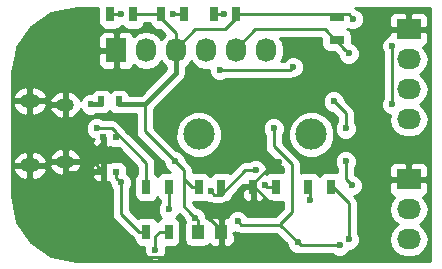
<source format=gbl>
G04 #@! TF.FileFunction,Copper,L2,Bot,Signal*
%FSLAX46Y46*%
G04 Gerber Fmt 4.6, Leading zero omitted, Abs format (unit mm)*
G04 Created by KiCad (PCBNEW 4.0.1-stable) date 3/22/2016 7:23:55 PM*
%MOMM*%
G01*
G04 APERTURE LIST*
%ADD10C,0.100000*%
%ADD11R,1.727200X2.032000*%
%ADD12O,1.727200X2.032000*%
%ADD13R,2.032000X1.727200*%
%ADD14O,2.032000X1.727200*%
%ADD15R,0.500000X0.900000*%
%ADD16R,1.000000X1.250000*%
%ADD17R,0.700000X1.300000*%
%ADD18R,0.600000X0.500000*%
%ADD19O,1.500000X1.100000*%
%ADD20O,1.700000X1.200000*%
%ADD21R,1.300000X0.700000*%
%ADD22C,2.650000*%
%ADD23C,0.600000*%
%ADD24C,0.250000*%
%ADD25C,0.248920*%
%ADD26C,0.381000*%
%ADD27C,0.254000*%
G04 APERTURE END LIST*
D10*
D11*
X165735000Y-84328000D03*
D12*
X168275000Y-84328000D03*
X170815000Y-84328000D03*
X173355000Y-84328000D03*
X175895000Y-84328000D03*
X178435000Y-84328000D03*
D13*
X190500000Y-82550000D03*
D14*
X190500000Y-85090000D03*
X190500000Y-87630000D03*
X190500000Y-90170000D03*
D13*
X190500000Y-95250000D03*
D14*
X190500000Y-97790000D03*
X190500000Y-100330000D03*
D15*
X164465000Y-88646000D03*
X165965000Y-88646000D03*
D16*
X172625000Y-99695000D03*
X174625000Y-99695000D03*
D17*
X172725000Y-95885000D03*
X174625000Y-95885000D03*
X179258000Y-95885000D03*
X177358000Y-95885000D03*
X170180000Y-95885000D03*
X168280000Y-95885000D03*
X170175000Y-99695000D03*
X168275000Y-99695000D03*
X181996000Y-95885000D03*
X183896000Y-95885000D03*
X175895000Y-81280000D03*
X173995000Y-81280000D03*
X169550000Y-81280000D03*
X171450000Y-81280000D03*
X167132000Y-81280000D03*
X165232000Y-81280000D03*
D18*
X165735000Y-91694000D03*
X164635000Y-91694000D03*
X165735000Y-94615000D03*
X164635000Y-94615000D03*
D19*
X161415000Y-88903000D03*
X161415000Y-93753000D03*
D20*
X158415000Y-88603000D03*
X158415000Y-94053000D03*
D21*
X184404000Y-81534000D03*
X184404000Y-83434000D03*
D22*
X182245000Y-91440000D03*
X172720000Y-91440000D03*
D23*
X164084000Y-90932000D03*
X182372000Y-94234000D03*
X179517051Y-93786949D03*
X188468000Y-91973400D03*
X178820059Y-97282905D03*
X173482000Y-97789998D03*
X166116000Y-95504000D03*
X182118000Y-97028000D03*
X172412646Y-98483442D03*
X170688000Y-93726000D03*
X185801000Y-81661000D03*
X166116000Y-81280000D03*
X174879000Y-81280000D03*
X170517442Y-81280000D03*
X189103000Y-83947000D03*
X189103000Y-88900000D03*
X185420000Y-100330000D03*
X163576000Y-88900000D03*
X180721000Y-85725000D03*
X174498000Y-85979000D03*
X173736000Y-96266000D03*
X177546000Y-94488000D03*
X178297950Y-95758000D03*
X185166000Y-90932000D03*
X185166000Y-93726000D03*
X184150000Y-88646000D03*
X185674000Y-95758000D03*
X170180000Y-97790000D03*
X169037000Y-101219000D03*
X179070000Y-90932000D03*
X181102000Y-100584000D03*
X184658000Y-100838000D03*
X176022000Y-98806000D03*
X185420000Y-84581998D03*
D24*
X168280000Y-95885000D02*
X168280000Y-93858000D01*
X168280000Y-93858000D02*
X165354000Y-90932000D01*
X165354000Y-90932000D02*
X164084000Y-90932000D01*
X182372000Y-94234000D02*
X183134000Y-94234000D01*
X183134000Y-94234000D02*
X185394600Y-91973400D01*
X185394600Y-91973400D02*
X188468000Y-91973400D01*
X177358000Y-95885000D02*
X177358000Y-95585000D01*
X177358000Y-95585000D02*
X179156051Y-93786949D01*
X179156051Y-93786949D02*
X179517051Y-93786949D01*
X177358000Y-95885000D02*
X177422154Y-95885000D01*
X177422154Y-95885000D02*
X178820059Y-97282905D01*
X173482000Y-98427000D02*
X173482000Y-98214262D01*
X174625000Y-99695000D02*
X174625000Y-99570000D01*
X174853002Y-97789998D02*
X173906264Y-97789998D01*
X176758000Y-95885000D02*
X174853002Y-97789998D01*
X174625000Y-99570000D02*
X173482000Y-98427000D01*
X173482000Y-98214262D02*
X173482000Y-97789998D01*
X177358000Y-95885000D02*
X176758000Y-95885000D01*
X173906264Y-97789998D02*
X173482000Y-97789998D01*
X164592000Y-92118000D02*
X164085000Y-92625000D01*
X164085000Y-94115000D02*
X164585000Y-94615000D01*
X164585000Y-94615000D02*
X164635000Y-94615000D01*
X164085000Y-92625000D02*
X164085000Y-94115000D01*
X164635000Y-94615000D02*
X164635000Y-95115000D01*
X164635000Y-95115000D02*
X164592000Y-95158000D01*
X164592000Y-95158000D02*
X164592000Y-100203000D01*
X164592000Y-100203000D02*
X166243000Y-101854000D01*
X166243000Y-101854000D02*
X174117000Y-101854000D01*
X174117000Y-101854000D02*
X174625000Y-101346000D01*
X174625000Y-101346000D02*
X174625000Y-99695000D01*
X164635000Y-94615000D02*
X161477000Y-94615000D01*
X161477000Y-94615000D02*
X161415000Y-94553000D01*
X161415000Y-94553000D02*
X161415000Y-93753000D01*
X168275000Y-99695000D02*
X167675000Y-99695000D01*
X167675000Y-99695000D02*
X166116000Y-98136000D01*
X166116000Y-98136000D02*
X166116000Y-95496000D01*
X166116000Y-95496000D02*
X165735000Y-95115000D01*
X165816001Y-95204001D02*
X166116000Y-95504000D01*
X165735000Y-95123000D02*
X165816001Y-95204001D01*
X165735000Y-95115000D02*
X165735000Y-95123000D01*
X165735000Y-94615000D02*
X165735000Y-95115000D01*
X182118000Y-97028000D02*
X182118000Y-96007000D01*
X182118000Y-96007000D02*
X181996000Y-95885000D01*
D25*
X172625000Y-98695796D02*
X172412646Y-98483442D01*
D24*
X172112647Y-98183443D02*
X172412646Y-98483442D01*
X171450000Y-94488000D02*
X171450000Y-97520796D01*
D25*
X172625000Y-99695000D02*
X172625000Y-98695796D01*
D24*
X171450000Y-97520796D02*
X172112647Y-98183443D01*
D25*
X168148000Y-91186000D02*
X170688000Y-93726000D01*
X170688000Y-93726000D02*
X171450000Y-94488000D01*
D24*
X172725000Y-95885000D02*
X172125000Y-95885000D01*
X172125000Y-95885000D02*
X171450000Y-95210000D01*
X171450000Y-95210000D02*
X171450000Y-94488000D01*
D25*
X168148000Y-88900000D02*
X168148000Y-91186000D01*
D24*
X175895000Y-81280000D02*
X185420000Y-81280000D01*
X185420000Y-81280000D02*
X185801000Y-81661000D01*
X170815000Y-84328000D02*
X170815000Y-84175600D01*
X170815000Y-84175600D02*
X172440600Y-82550000D01*
X172440600Y-82550000D02*
X174925000Y-82550000D01*
X174925000Y-82550000D02*
X175895000Y-81580000D01*
X175895000Y-81580000D02*
X175895000Y-81280000D01*
D26*
X165965000Y-88900000D02*
X168148000Y-88900000D01*
X168148000Y-88900000D02*
X170800915Y-86247085D01*
X170800915Y-86247085D02*
X170800915Y-84268791D01*
D24*
X169550000Y-81280000D02*
X169550000Y-81580000D01*
X169550000Y-81580000D02*
X170815000Y-82845000D01*
X170815000Y-82845000D02*
X170815000Y-84328000D01*
X167132000Y-81280000D02*
X169550000Y-81280000D01*
X166116000Y-81280000D02*
X165232000Y-81280000D01*
X173995000Y-81280000D02*
X174879000Y-81280000D01*
X171450000Y-81280000D02*
X170517442Y-81280000D01*
X189103000Y-88900000D02*
X189103000Y-83947000D01*
X183896000Y-95758000D02*
X185420000Y-97282000D01*
X185420000Y-97282000D02*
X185420000Y-100330000D01*
D26*
X163576000Y-88900000D02*
X164465000Y-88900000D01*
D24*
X174498000Y-85979000D02*
X180467000Y-85979000D01*
X180467000Y-85979000D02*
X180721000Y-85725000D01*
D25*
X174625000Y-95585000D02*
X174625000Y-95885000D01*
D24*
X173736000Y-96266000D02*
X174035999Y-96565999D01*
X174035999Y-96565999D02*
X174579647Y-96565999D01*
X174579647Y-96565999D02*
X176657646Y-94488000D01*
X176657646Y-94488000D02*
X177546000Y-94488000D01*
X179258000Y-95885000D02*
X178424950Y-95885000D01*
X178424950Y-95885000D02*
X178297950Y-95758000D01*
X185166000Y-90932000D02*
X185166000Y-89662000D01*
X185166000Y-89662000D02*
X184150000Y-88646000D01*
X185166000Y-95250000D02*
X185166000Y-93726000D01*
X185674000Y-95758000D02*
X185166000Y-95250000D01*
D25*
X170180000Y-97790000D02*
X170180000Y-95885000D01*
X169037000Y-100076000D02*
X169037000Y-101219000D01*
X169418000Y-99695000D02*
X169037000Y-100076000D01*
X169672000Y-99695000D02*
X169418000Y-99695000D01*
X170175000Y-99695000D02*
X169672000Y-99695000D01*
D24*
X179623999Y-99105999D02*
X179623999Y-99014001D01*
X179623999Y-99014001D02*
X180594000Y-98044000D01*
X180594000Y-98044000D02*
X180594000Y-93980000D01*
X180594000Y-93980000D02*
X179070000Y-92456000D01*
X179070000Y-92456000D02*
X179070000Y-90932000D01*
X179623999Y-99105999D02*
X181102000Y-100584000D01*
X184658000Y-100838000D02*
X181356000Y-100838000D01*
X181356000Y-100838000D02*
X181102000Y-100584000D01*
X176022000Y-98806000D02*
X176321999Y-99105999D01*
X176321999Y-99105999D02*
X179623999Y-99105999D01*
X183388002Y-82550000D02*
X185120001Y-84281999D01*
X185120001Y-84281999D02*
X185420000Y-84581998D01*
X175895000Y-84175600D02*
X177520600Y-82550000D01*
X177520600Y-82550000D02*
X183388002Y-82550000D01*
X175895000Y-84328000D02*
X175895000Y-84175600D01*
D27*
G36*
X164234560Y-81930000D02*
X164278838Y-82165317D01*
X164417910Y-82381441D01*
X164630110Y-82526431D01*
X164882000Y-82577440D01*
X165582000Y-82577440D01*
X165817317Y-82533162D01*
X166033441Y-82394090D01*
X166155784Y-82215035D01*
X166210862Y-82215083D01*
X166317910Y-82381441D01*
X166530110Y-82526431D01*
X166782000Y-82577440D01*
X167482000Y-82577440D01*
X167717317Y-82533162D01*
X167933441Y-82394090D01*
X168078431Y-82181890D01*
X168107164Y-82040000D01*
X168573258Y-82040000D01*
X168596838Y-82165317D01*
X168735910Y-82381441D01*
X168948110Y-82526431D01*
X169200000Y-82577440D01*
X169472638Y-82577440D01*
X169889280Y-82994082D01*
X169755330Y-83083585D01*
X169545000Y-83398366D01*
X169334670Y-83083585D01*
X168848489Y-82758729D01*
X168275000Y-82644655D01*
X167701511Y-82758729D01*
X167215330Y-83083585D01*
X167200500Y-83105780D01*
X167136927Y-82952302D01*
X166958299Y-82773673D01*
X166724910Y-82677000D01*
X166020750Y-82677000D01*
X165862000Y-82835750D01*
X165862000Y-84201000D01*
X165882000Y-84201000D01*
X165882000Y-84455000D01*
X165862000Y-84455000D01*
X165862000Y-85820250D01*
X166020750Y-85979000D01*
X166724910Y-85979000D01*
X166958299Y-85882327D01*
X167136927Y-85703698D01*
X167200500Y-85550220D01*
X167215330Y-85572415D01*
X167701511Y-85897271D01*
X168275000Y-86011345D01*
X168848489Y-85897271D01*
X169334670Y-85572415D01*
X169545000Y-85257634D01*
X169755330Y-85572415D01*
X169975415Y-85719471D01*
X169975415Y-85905152D01*
X167806066Y-88074500D01*
X166839578Y-88074500D01*
X166818162Y-87960683D01*
X166679090Y-87744559D01*
X166466890Y-87599569D01*
X166215000Y-87548560D01*
X165715000Y-87548560D01*
X165479683Y-87592838D01*
X165263559Y-87731910D01*
X165215866Y-87801711D01*
X165179090Y-87744559D01*
X164966890Y-87599569D01*
X164715000Y-87548560D01*
X164215000Y-87548560D01*
X163979683Y-87592838D01*
X163763559Y-87731910D01*
X163618569Y-87944110D01*
X163614332Y-87965033D01*
X163390833Y-87964838D01*
X163047057Y-88106883D01*
X162783808Y-88369673D01*
X162727525Y-88505218D01*
X162533929Y-88145125D01*
X162173954Y-87851156D01*
X161728883Y-87717320D01*
X161542000Y-87872852D01*
X161542000Y-88776000D01*
X161562000Y-88776000D01*
X161562000Y-89030000D01*
X161542000Y-89030000D01*
X161542000Y-89933148D01*
X161728883Y-90088680D01*
X162173954Y-89954844D01*
X162533929Y-89660875D01*
X162728884Y-89298254D01*
X162782883Y-89428943D01*
X163045673Y-89692192D01*
X163389201Y-89834838D01*
X163761167Y-89835162D01*
X164026570Y-89725500D01*
X164126410Y-89725500D01*
X164215000Y-89743440D01*
X164715000Y-89743440D01*
X164950317Y-89699162D01*
X165166441Y-89560090D01*
X165214134Y-89490289D01*
X165250910Y-89547441D01*
X165463110Y-89692431D01*
X165715000Y-89743440D01*
X166215000Y-89743440D01*
X166310343Y-89725500D01*
X167388540Y-89725500D01*
X167388540Y-91186000D01*
X167446350Y-91476633D01*
X167610981Y-91723019D01*
X169752878Y-93864917D01*
X169752838Y-93911167D01*
X169894883Y-94254943D01*
X170157673Y-94518192D01*
X170324729Y-94587560D01*
X169830000Y-94587560D01*
X169594683Y-94631838D01*
X169378559Y-94770910D01*
X169233569Y-94983110D01*
X169230919Y-94996197D01*
X169094090Y-94783559D01*
X169040000Y-94746601D01*
X169040000Y-93858000D01*
X168982148Y-93567161D01*
X168817401Y-93320599D01*
X166516650Y-91019848D01*
X166499090Y-90992559D01*
X166468373Y-90971571D01*
X165891401Y-90394599D01*
X165644839Y-90229852D01*
X165354000Y-90172000D01*
X164646463Y-90172000D01*
X164614327Y-90139808D01*
X164270799Y-89997162D01*
X163898833Y-89996838D01*
X163555057Y-90138883D01*
X163291808Y-90401673D01*
X163149162Y-90745201D01*
X163148838Y-91117167D01*
X163290883Y-91460943D01*
X163553673Y-91724192D01*
X163700000Y-91784952D01*
X163700000Y-91821002D01*
X163786817Y-91821002D01*
X163836230Y-91841520D01*
X163700000Y-91977750D01*
X163700000Y-92070310D01*
X163796673Y-92303699D01*
X163975302Y-92482327D01*
X164208691Y-92579000D01*
X164349250Y-92579000D01*
X164508000Y-92420250D01*
X164508000Y-91819000D01*
X164488000Y-91819000D01*
X164488000Y-91776742D01*
X164612943Y-91725117D01*
X164646118Y-91692000D01*
X164782000Y-91692000D01*
X164782000Y-91819000D01*
X164762000Y-91819000D01*
X164762000Y-92420250D01*
X164920750Y-92579000D01*
X165061309Y-92579000D01*
X165172283Y-92533033D01*
X165183110Y-92540431D01*
X165435000Y-92591440D01*
X165938638Y-92591440D01*
X167520000Y-94172802D01*
X167520000Y-94744243D01*
X167478559Y-94770910D01*
X167333569Y-94983110D01*
X167282560Y-95235000D01*
X167282560Y-96535000D01*
X167326838Y-96770317D01*
X167465910Y-96986441D01*
X167678110Y-97131431D01*
X167930000Y-97182440D01*
X168630000Y-97182440D01*
X168865317Y-97138162D01*
X169081441Y-96999090D01*
X169226431Y-96786890D01*
X169229081Y-96773803D01*
X169365910Y-96986441D01*
X169420540Y-97023768D01*
X169420540Y-97226998D01*
X169387808Y-97259673D01*
X169245162Y-97603201D01*
X169244838Y-97975167D01*
X169386883Y-98318943D01*
X169540900Y-98473229D01*
X169373559Y-98580910D01*
X169228569Y-98793110D01*
X169225919Y-98806197D01*
X169089090Y-98593559D01*
X168876890Y-98448569D01*
X168625000Y-98397560D01*
X167925000Y-98397560D01*
X167689683Y-98441838D01*
X167572223Y-98517421D01*
X166876000Y-97821198D01*
X166876000Y-96066463D01*
X166908192Y-96034327D01*
X167050838Y-95690799D01*
X167051162Y-95318833D01*
X166909117Y-94975057D01*
X166682440Y-94747984D01*
X166682440Y-94365000D01*
X166638162Y-94129683D01*
X166499090Y-93913559D01*
X166286890Y-93768569D01*
X166035000Y-93717560D01*
X165435000Y-93717560D01*
X165199683Y-93761838D01*
X165175594Y-93777339D01*
X165061309Y-93730000D01*
X164920750Y-93730000D01*
X164762000Y-93888750D01*
X164762000Y-94490000D01*
X164782000Y-94490000D01*
X164782000Y-94740000D01*
X164762000Y-94740000D01*
X164762000Y-95341250D01*
X164920750Y-95500000D01*
X165061309Y-95500000D01*
X165084112Y-95490555D01*
X165180885Y-95635386D01*
X165180838Y-95689167D01*
X165322883Y-96032943D01*
X165356000Y-96066118D01*
X165356000Y-98136000D01*
X165413852Y-98426839D01*
X165578599Y-98673401D01*
X167137599Y-100232401D01*
X167277560Y-100325920D01*
X167277560Y-100345000D01*
X167321838Y-100580317D01*
X167460910Y-100796441D01*
X167673110Y-100941431D01*
X167925000Y-100992440D01*
X168118672Y-100992440D01*
X168102162Y-101032201D01*
X168101838Y-101404167D01*
X168243883Y-101747943D01*
X168506673Y-102011192D01*
X168850201Y-102153838D01*
X169222167Y-102154162D01*
X169565943Y-102012117D01*
X169829192Y-101749327D01*
X169971838Y-101405799D01*
X169972162Y-101033833D01*
X169955059Y-100992440D01*
X170525000Y-100992440D01*
X170760317Y-100948162D01*
X170976441Y-100809090D01*
X171121431Y-100596890D01*
X171172440Y-100345000D01*
X171172440Y-99045000D01*
X171128162Y-98809683D01*
X170989090Y-98593559D01*
X170816568Y-98475680D01*
X170972192Y-98320327D01*
X171031617Y-98177215D01*
X171477524Y-98623122D01*
X171477484Y-98668609D01*
X171535229Y-98808363D01*
X171528569Y-98818110D01*
X171477560Y-99070000D01*
X171477560Y-100320000D01*
X171521838Y-100555317D01*
X171660910Y-100771441D01*
X171873110Y-100916431D01*
X172125000Y-100967440D01*
X173125000Y-100967440D01*
X173360317Y-100923162D01*
X173576441Y-100784090D01*
X173622969Y-100715994D01*
X173765302Y-100858327D01*
X173998691Y-100955000D01*
X174339250Y-100955000D01*
X174498000Y-100796250D01*
X174498000Y-99822000D01*
X174478000Y-99822000D01*
X174478000Y-99568000D01*
X174498000Y-99568000D01*
X174498000Y-98593750D01*
X174339250Y-98435000D01*
X173998691Y-98435000D01*
X173765302Y-98531673D01*
X173624064Y-98672910D01*
X173589090Y-98618559D01*
X173376890Y-98473569D01*
X173347660Y-98467650D01*
X173347808Y-98298275D01*
X173205763Y-97954499D01*
X172942973Y-97691250D01*
X172599445Y-97548604D01*
X172552569Y-97548563D01*
X172210000Y-97205994D01*
X172210000Y-97149027D01*
X172375000Y-97182440D01*
X173075000Y-97182440D01*
X173310317Y-97138162D01*
X173344809Y-97115967D01*
X173549201Y-97200838D01*
X173644549Y-97200921D01*
X173745160Y-97268147D01*
X174035999Y-97325999D01*
X174579647Y-97325999D01*
X174870486Y-97268147D01*
X175008068Y-97176218D01*
X175210317Y-97138162D01*
X175426441Y-96999090D01*
X175571431Y-96786890D01*
X175606441Y-96614007D01*
X176049698Y-96170750D01*
X176373000Y-96170750D01*
X176373000Y-96661310D01*
X176469673Y-96894699D01*
X176648302Y-97073327D01*
X176881691Y-97170000D01*
X177072250Y-97170000D01*
X177231000Y-97011250D01*
X177231000Y-96012000D01*
X176531750Y-96012000D01*
X176373000Y-96170750D01*
X176049698Y-96170750D01*
X176497099Y-95723349D01*
X176531750Y-95758000D01*
X177231000Y-95758000D01*
X177231000Y-95738000D01*
X177362967Y-95738000D01*
X177362788Y-95943167D01*
X177485000Y-96238943D01*
X177485000Y-97011250D01*
X177643750Y-97170000D01*
X177834309Y-97170000D01*
X178067698Y-97073327D01*
X178246327Y-96894699D01*
X178302654Y-96758713D01*
X178304838Y-96770317D01*
X178443910Y-96986441D01*
X178656110Y-97131431D01*
X178908000Y-97182440D01*
X179608000Y-97182440D01*
X179834000Y-97139915D01*
X179834000Y-97729198D01*
X179217199Y-98345999D01*
X176843603Y-98345999D01*
X176815117Y-98277057D01*
X176552327Y-98013808D01*
X176208799Y-97871162D01*
X175836833Y-97870838D01*
X175493057Y-98012883D01*
X175229808Y-98275673D01*
X175163649Y-98435000D01*
X174910750Y-98435000D01*
X174752000Y-98593750D01*
X174752000Y-99568000D01*
X174772000Y-99568000D01*
X174772000Y-99822000D01*
X174752000Y-99822000D01*
X174752000Y-100796250D01*
X174910750Y-100955000D01*
X175251309Y-100955000D01*
X175484698Y-100858327D01*
X175663327Y-100679699D01*
X175760000Y-100446310D01*
X175760000Y-99980750D01*
X175601252Y-99822002D01*
X175760000Y-99822002D01*
X175760000Y-99709612D01*
X175835201Y-99740838D01*
X175930549Y-99740921D01*
X176031160Y-99808147D01*
X176321999Y-99865999D01*
X179309197Y-99865999D01*
X180166878Y-100723680D01*
X180166838Y-100769167D01*
X180308883Y-101112943D01*
X180571673Y-101376192D01*
X180915201Y-101518838D01*
X181033421Y-101518941D01*
X181065160Y-101540148D01*
X181356000Y-101598000D01*
X184095537Y-101598000D01*
X184127673Y-101630192D01*
X184471201Y-101772838D01*
X184843167Y-101773162D01*
X185186943Y-101631117D01*
X185450192Y-101368327D01*
X185493071Y-101265064D01*
X185605167Y-101265162D01*
X185948943Y-101123117D01*
X186212192Y-100860327D01*
X186354838Y-100516799D01*
X186355162Y-100144833D01*
X186213117Y-99801057D01*
X186180000Y-99767882D01*
X186180000Y-97790000D01*
X188816655Y-97790000D01*
X188930729Y-98363489D01*
X189255585Y-98849670D01*
X189570366Y-99060000D01*
X189255585Y-99270330D01*
X188930729Y-99756511D01*
X188816655Y-100330000D01*
X188930729Y-100903489D01*
X189255585Y-101389670D01*
X189741766Y-101714526D01*
X190315255Y-101828600D01*
X190684745Y-101828600D01*
X191258234Y-101714526D01*
X191744415Y-101389670D01*
X192069271Y-100903489D01*
X192183345Y-100330000D01*
X192069271Y-99756511D01*
X191744415Y-99270330D01*
X191429634Y-99060000D01*
X191744415Y-98849670D01*
X192069271Y-98363489D01*
X192183345Y-97790000D01*
X192069271Y-97216511D01*
X191744415Y-96730330D01*
X191722220Y-96715500D01*
X191875698Y-96651927D01*
X192054327Y-96473299D01*
X192151000Y-96239910D01*
X192151000Y-95535750D01*
X191992250Y-95377000D01*
X190627000Y-95377000D01*
X190627000Y-95397000D01*
X190373000Y-95397000D01*
X190373000Y-95377000D01*
X189007750Y-95377000D01*
X188849000Y-95535750D01*
X188849000Y-96239910D01*
X188945673Y-96473299D01*
X189124302Y-96651927D01*
X189277780Y-96715500D01*
X189255585Y-96730330D01*
X188930729Y-97216511D01*
X188816655Y-97790000D01*
X186180000Y-97790000D01*
X186180000Y-97282000D01*
X186122148Y-96991161D01*
X186122148Y-96991160D01*
X185957401Y-96744599D01*
X185892281Y-96679479D01*
X186202943Y-96551117D01*
X186466192Y-96288327D01*
X186608838Y-95944799D01*
X186609162Y-95572833D01*
X186467117Y-95229057D01*
X186204327Y-94965808D01*
X185926000Y-94850236D01*
X185926000Y-94288463D01*
X185954422Y-94260090D01*
X188849000Y-94260090D01*
X188849000Y-94964250D01*
X189007750Y-95123000D01*
X190373000Y-95123000D01*
X190373000Y-93910150D01*
X190627000Y-93910150D01*
X190627000Y-95123000D01*
X191992250Y-95123000D01*
X192151000Y-94964250D01*
X192151000Y-94260090D01*
X192054327Y-94026701D01*
X191875698Y-93848073D01*
X191642309Y-93751400D01*
X190785750Y-93751400D01*
X190627000Y-93910150D01*
X190373000Y-93910150D01*
X190214250Y-93751400D01*
X189357691Y-93751400D01*
X189124302Y-93848073D01*
X188945673Y-94026701D01*
X188849000Y-94260090D01*
X185954422Y-94260090D01*
X185958192Y-94256327D01*
X186100838Y-93912799D01*
X186101162Y-93540833D01*
X185959117Y-93197057D01*
X185696327Y-92933808D01*
X185352799Y-92791162D01*
X184980833Y-92790838D01*
X184637057Y-92932883D01*
X184373808Y-93195673D01*
X184231162Y-93539201D01*
X184230838Y-93911167D01*
X184372883Y-94254943D01*
X184406000Y-94288118D01*
X184406000Y-94619961D01*
X184246000Y-94587560D01*
X183546000Y-94587560D01*
X183310683Y-94631838D01*
X183094559Y-94770910D01*
X182949569Y-94983110D01*
X182946919Y-94996197D01*
X182810090Y-94783559D01*
X182597890Y-94638569D01*
X182346000Y-94587560D01*
X181646000Y-94587560D01*
X181410683Y-94631838D01*
X181354000Y-94668313D01*
X181354000Y-93980000D01*
X181296148Y-93689161D01*
X181296148Y-93689160D01*
X181131401Y-93442599D01*
X179830000Y-92141198D01*
X179830000Y-91828158D01*
X180284660Y-91828158D01*
X180582424Y-92548801D01*
X181133299Y-93100639D01*
X181853421Y-93399659D01*
X182633158Y-93400340D01*
X183353801Y-93102576D01*
X183905639Y-92551701D01*
X184204659Y-91831579D01*
X184205340Y-91051842D01*
X183907576Y-90331199D01*
X183356701Y-89779361D01*
X182636579Y-89480341D01*
X181856842Y-89479660D01*
X181136199Y-89777424D01*
X180584361Y-90328299D01*
X180285341Y-91048421D01*
X180284660Y-91828158D01*
X179830000Y-91828158D01*
X179830000Y-91494463D01*
X179862192Y-91462327D01*
X180004838Y-91118799D01*
X180005162Y-90746833D01*
X179863117Y-90403057D01*
X179600327Y-90139808D01*
X179256799Y-89997162D01*
X178884833Y-89996838D01*
X178541057Y-90138883D01*
X178277808Y-90401673D01*
X178135162Y-90745201D01*
X178134838Y-91117167D01*
X178276883Y-91460943D01*
X178310000Y-91494118D01*
X178310000Y-92456000D01*
X178367852Y-92746839D01*
X178532599Y-92993401D01*
X179834000Y-94294802D01*
X179834000Y-94633326D01*
X179608000Y-94587560D01*
X178908000Y-94587560D01*
X178672683Y-94631838D01*
X178456559Y-94770910D01*
X178420895Y-94823106D01*
X178419256Y-94823105D01*
X178480838Y-94674799D01*
X178481162Y-94302833D01*
X178339117Y-93959057D01*
X178076327Y-93695808D01*
X177732799Y-93553162D01*
X177360833Y-93552838D01*
X177017057Y-93694883D01*
X176983882Y-93728000D01*
X176657646Y-93728000D01*
X176366806Y-93785852D01*
X176120245Y-93950599D01*
X175348905Y-94721939D01*
X175226890Y-94638569D01*
X174975000Y-94587560D01*
X174275000Y-94587560D01*
X174039683Y-94631838D01*
X173823559Y-94770910D01*
X173678569Y-94983110D01*
X173675919Y-94996197D01*
X173539090Y-94783559D01*
X173326890Y-94638569D01*
X173075000Y-94587560D01*
X172375000Y-94587560D01*
X172210000Y-94618607D01*
X172210000Y-94488000D01*
X172152148Y-94197161D01*
X171987401Y-93950599D01*
X171985102Y-93949063D01*
X171623122Y-93587083D01*
X171623162Y-93540833D01*
X171481117Y-93197057D01*
X171218327Y-92933808D01*
X170874799Y-92791162D01*
X170827159Y-92791121D01*
X169864196Y-91828158D01*
X170759660Y-91828158D01*
X171057424Y-92548801D01*
X171608299Y-93100639D01*
X172328421Y-93399659D01*
X173108158Y-93400340D01*
X173828801Y-93102576D01*
X174380639Y-92551701D01*
X174679659Y-91831579D01*
X174680340Y-91051842D01*
X174382576Y-90331199D01*
X173831701Y-89779361D01*
X173111579Y-89480341D01*
X172331842Y-89479660D01*
X171611199Y-89777424D01*
X171059361Y-90328299D01*
X170760341Y-91048421D01*
X170759660Y-91828158D01*
X169864196Y-91828158D01*
X168907460Y-90871422D01*
X168907460Y-89307974D01*
X169384266Y-88831167D01*
X183214838Y-88831167D01*
X183356883Y-89174943D01*
X183619673Y-89438192D01*
X183963201Y-89580838D01*
X184010077Y-89580879D01*
X184406000Y-89976802D01*
X184406000Y-90369537D01*
X184373808Y-90401673D01*
X184231162Y-90745201D01*
X184230838Y-91117167D01*
X184372883Y-91460943D01*
X184635673Y-91724192D01*
X184979201Y-91866838D01*
X185351167Y-91867162D01*
X185694943Y-91725117D01*
X185958192Y-91462327D01*
X186100838Y-91118799D01*
X186101162Y-90746833D01*
X185959117Y-90403057D01*
X185926000Y-90369882D01*
X185926000Y-89662000D01*
X185868148Y-89371161D01*
X185703401Y-89124599D01*
X185085122Y-88506320D01*
X185085162Y-88460833D01*
X184943117Y-88117057D01*
X184680327Y-87853808D01*
X184336799Y-87711162D01*
X183964833Y-87710838D01*
X183621057Y-87852883D01*
X183357808Y-88115673D01*
X183215162Y-88459201D01*
X183214838Y-88831167D01*
X169384266Y-88831167D01*
X171384629Y-86830804D01*
X171384632Y-86830802D01*
X171563578Y-86562990D01*
X171626415Y-86247085D01*
X171626415Y-85738294D01*
X171874670Y-85572415D01*
X172085000Y-85257634D01*
X172295330Y-85572415D01*
X172781511Y-85897271D01*
X173355000Y-86011345D01*
X173563007Y-85969970D01*
X173562838Y-86164167D01*
X173704883Y-86507943D01*
X173967673Y-86771192D01*
X174311201Y-86913838D01*
X174683167Y-86914162D01*
X175026943Y-86772117D01*
X175060118Y-86739000D01*
X180467000Y-86739000D01*
X180757839Y-86681148D01*
X180789399Y-86660060D01*
X180906167Y-86660162D01*
X181249943Y-86518117D01*
X181513192Y-86255327D01*
X181655838Y-85911799D01*
X181656162Y-85539833D01*
X181514117Y-85196057D01*
X181251327Y-84932808D01*
X180907799Y-84790162D01*
X180535833Y-84789838D01*
X180192057Y-84931883D01*
X179928808Y-85194673D01*
X179918706Y-85219000D01*
X179730815Y-85219000D01*
X179819526Y-85086234D01*
X179933600Y-84512745D01*
X179933600Y-84143255D01*
X179819526Y-83569766D01*
X179645956Y-83310000D01*
X183073200Y-83310000D01*
X183106560Y-83343360D01*
X183106560Y-83784000D01*
X183150838Y-84019317D01*
X183289910Y-84235441D01*
X183502110Y-84380431D01*
X183754000Y-84431440D01*
X184194640Y-84431440D01*
X184484878Y-84721678D01*
X184484838Y-84767165D01*
X184626883Y-85110941D01*
X184889673Y-85374190D01*
X185233201Y-85516836D01*
X185605167Y-85517160D01*
X185948943Y-85375115D01*
X186212192Y-85112325D01*
X186354838Y-84768797D01*
X186355162Y-84396831D01*
X186245806Y-84132167D01*
X188167838Y-84132167D01*
X188309883Y-84475943D01*
X188343000Y-84509118D01*
X188343000Y-88337537D01*
X188310808Y-88369673D01*
X188168162Y-88713201D01*
X188167838Y-89085167D01*
X188309883Y-89428943D01*
X188572673Y-89692192D01*
X188885831Y-89822227D01*
X188816655Y-90170000D01*
X188930729Y-90743489D01*
X189255585Y-91229670D01*
X189741766Y-91554526D01*
X190315255Y-91668600D01*
X190684745Y-91668600D01*
X191258234Y-91554526D01*
X191744415Y-91229670D01*
X192069271Y-90743489D01*
X192183345Y-90170000D01*
X192069271Y-89596511D01*
X191744415Y-89110330D01*
X191429634Y-88900000D01*
X191744415Y-88689670D01*
X192069271Y-88203489D01*
X192183345Y-87630000D01*
X192069271Y-87056511D01*
X191744415Y-86570330D01*
X191429634Y-86360000D01*
X191744415Y-86149670D01*
X192069271Y-85663489D01*
X192183345Y-85090000D01*
X192069271Y-84516511D01*
X191744415Y-84030330D01*
X191722220Y-84015500D01*
X191875698Y-83951927D01*
X192054327Y-83773299D01*
X192151000Y-83539910D01*
X192151000Y-82835750D01*
X191992250Y-82677000D01*
X190627000Y-82677000D01*
X190627000Y-82697000D01*
X190373000Y-82697000D01*
X190373000Y-82677000D01*
X189007750Y-82677000D01*
X188849000Y-82835750D01*
X188849000Y-83040279D01*
X188574057Y-83153883D01*
X188310808Y-83416673D01*
X188168162Y-83760201D01*
X188167838Y-84132167D01*
X186245806Y-84132167D01*
X186213117Y-84053055D01*
X185950327Y-83789806D01*
X185701440Y-83686459D01*
X185701440Y-83084000D01*
X185657162Y-82848683D01*
X185518090Y-82632559D01*
X185305890Y-82487569D01*
X185292803Y-82484919D01*
X185314091Y-82471221D01*
X185614201Y-82595838D01*
X185986167Y-82596162D01*
X186329943Y-82454117D01*
X186593192Y-82191327D01*
X186735838Y-81847799D01*
X186736088Y-81560090D01*
X188849000Y-81560090D01*
X188849000Y-82264250D01*
X189007750Y-82423000D01*
X190373000Y-82423000D01*
X190373000Y-81210150D01*
X190627000Y-81210150D01*
X190627000Y-82423000D01*
X191992250Y-82423000D01*
X192151000Y-82264250D01*
X192151000Y-81560090D01*
X192054327Y-81326701D01*
X191875698Y-81148073D01*
X191642309Y-81051400D01*
X190785750Y-81051400D01*
X190627000Y-81210150D01*
X190373000Y-81210150D01*
X190214250Y-81051400D01*
X189357691Y-81051400D01*
X189124302Y-81148073D01*
X188945673Y-81326701D01*
X188849000Y-81560090D01*
X186736088Y-81560090D01*
X186736162Y-81475833D01*
X186594117Y-81132057D01*
X186331327Y-80868808D01*
X185987799Y-80726162D01*
X185932729Y-80726114D01*
X185923579Y-80720000D01*
X192330000Y-80720000D01*
X192330000Y-102160000D01*
X162376213Y-102160000D01*
X160251098Y-101735518D01*
X158509198Y-100569599D01*
X157345990Y-98825712D01*
X156920000Y-96679625D01*
X156920000Y-94370609D01*
X156971538Y-94370609D01*
X156986714Y-94462376D01*
X157233067Y-94882125D01*
X157621299Y-95175647D01*
X158092304Y-95298256D01*
X158288000Y-95135547D01*
X158288000Y-94180000D01*
X158542000Y-94180000D01*
X158542000Y-95135547D01*
X158737696Y-95298256D01*
X159208701Y-95175647D01*
X159596933Y-94882125D01*
X159843286Y-94462376D01*
X159858462Y-94370609D01*
X159733731Y-94180000D01*
X158542000Y-94180000D01*
X158288000Y-94180000D01*
X157096269Y-94180000D01*
X156971538Y-94370609D01*
X156920000Y-94370609D01*
X156920000Y-94062744D01*
X160071197Y-94062744D01*
X160075994Y-94101526D01*
X160296071Y-94510875D01*
X160656046Y-94804844D01*
X161101117Y-94938680D01*
X161288000Y-94783148D01*
X161288000Y-93880000D01*
X161542000Y-93880000D01*
X161542000Y-94783148D01*
X161728883Y-94938680D01*
X161861670Y-94898750D01*
X163700000Y-94898750D01*
X163700000Y-94991310D01*
X163796673Y-95224699D01*
X163975302Y-95403327D01*
X164208691Y-95500000D01*
X164349250Y-95500000D01*
X164508000Y-95341250D01*
X164508000Y-94740000D01*
X163858750Y-94740000D01*
X163700000Y-94898750D01*
X161861670Y-94898750D01*
X162173954Y-94804844D01*
X162533929Y-94510875D01*
X162680262Y-94238690D01*
X163700000Y-94238690D01*
X163700000Y-94331250D01*
X163858750Y-94490000D01*
X164508000Y-94490000D01*
X164508000Y-93888750D01*
X164349250Y-93730000D01*
X164208691Y-93730000D01*
X163975302Y-93826673D01*
X163796673Y-94005301D01*
X163700000Y-94238690D01*
X162680262Y-94238690D01*
X162754006Y-94101526D01*
X162758803Y-94062744D01*
X162633361Y-93880000D01*
X161542000Y-93880000D01*
X161288000Y-93880000D01*
X160196639Y-93880000D01*
X160071197Y-94062744D01*
X156920000Y-94062744D01*
X156920000Y-93735391D01*
X156971538Y-93735391D01*
X157096269Y-93926000D01*
X158288000Y-93926000D01*
X158288000Y-92970453D01*
X158542000Y-92970453D01*
X158542000Y-93926000D01*
X159733731Y-93926000D01*
X159858462Y-93735391D01*
X159843286Y-93643624D01*
X159725689Y-93443256D01*
X160071197Y-93443256D01*
X160196639Y-93626000D01*
X161288000Y-93626000D01*
X161288000Y-92722852D01*
X161542000Y-92722852D01*
X161542000Y-93626000D01*
X162633361Y-93626000D01*
X162758803Y-93443256D01*
X162754006Y-93404474D01*
X162533929Y-92995125D01*
X162173954Y-92701156D01*
X161728883Y-92567320D01*
X161542000Y-92722852D01*
X161288000Y-92722852D01*
X161101117Y-92567320D01*
X160656046Y-92701156D01*
X160296071Y-92995125D01*
X160075994Y-93404474D01*
X160071197Y-93443256D01*
X159725689Y-93443256D01*
X159596933Y-93223875D01*
X159208701Y-92930353D01*
X158737696Y-92807744D01*
X158542000Y-92970453D01*
X158288000Y-92970453D01*
X158092304Y-92807744D01*
X157621299Y-92930353D01*
X157233067Y-93223875D01*
X156986714Y-93643624D01*
X156971538Y-93735391D01*
X156920000Y-93735391D01*
X156920000Y-88920609D01*
X156971538Y-88920609D01*
X156986714Y-89012376D01*
X157233067Y-89432125D01*
X157621299Y-89725647D01*
X158092304Y-89848256D01*
X158288000Y-89685547D01*
X158288000Y-88730000D01*
X158542000Y-88730000D01*
X158542000Y-89685547D01*
X158737696Y-89848256D01*
X159208701Y-89725647D01*
X159596933Y-89432125D01*
X159725688Y-89212744D01*
X160071197Y-89212744D01*
X160075994Y-89251526D01*
X160296071Y-89660875D01*
X160656046Y-89954844D01*
X161101117Y-90088680D01*
X161288000Y-89933148D01*
X161288000Y-89030000D01*
X160196639Y-89030000D01*
X160071197Y-89212744D01*
X159725688Y-89212744D01*
X159843286Y-89012376D01*
X159858462Y-88920609D01*
X159733731Y-88730000D01*
X158542000Y-88730000D01*
X158288000Y-88730000D01*
X157096269Y-88730000D01*
X156971538Y-88920609D01*
X156920000Y-88920609D01*
X156920000Y-88593256D01*
X160071197Y-88593256D01*
X160196639Y-88776000D01*
X161288000Y-88776000D01*
X161288000Y-87872852D01*
X161101117Y-87717320D01*
X160656046Y-87851156D01*
X160296071Y-88145125D01*
X160075994Y-88554474D01*
X160071197Y-88593256D01*
X156920000Y-88593256D01*
X156920000Y-88285391D01*
X156971538Y-88285391D01*
X157096269Y-88476000D01*
X158288000Y-88476000D01*
X158288000Y-87520453D01*
X158542000Y-87520453D01*
X158542000Y-88476000D01*
X159733731Y-88476000D01*
X159858462Y-88285391D01*
X159843286Y-88193624D01*
X159596933Y-87773875D01*
X159208701Y-87480353D01*
X158737696Y-87357744D01*
X158542000Y-87520453D01*
X158288000Y-87520453D01*
X158092304Y-87357744D01*
X157621299Y-87480353D01*
X157233067Y-87773875D01*
X156986714Y-88193624D01*
X156971538Y-88285391D01*
X156920000Y-88285391D01*
X156920000Y-86176214D01*
X157232094Y-84613750D01*
X164236400Y-84613750D01*
X164236400Y-85470309D01*
X164333073Y-85703698D01*
X164511701Y-85882327D01*
X164745090Y-85979000D01*
X165449250Y-85979000D01*
X165608000Y-85820250D01*
X165608000Y-84455000D01*
X164395150Y-84455000D01*
X164236400Y-84613750D01*
X157232094Y-84613750D01*
X157344482Y-84051098D01*
X157923731Y-83185691D01*
X164236400Y-83185691D01*
X164236400Y-84042250D01*
X164395150Y-84201000D01*
X165608000Y-84201000D01*
X165608000Y-82835750D01*
X165449250Y-82677000D01*
X164745090Y-82677000D01*
X164511701Y-82773673D01*
X164333073Y-82952302D01*
X164236400Y-83185691D01*
X157923731Y-83185691D01*
X158510401Y-82309198D01*
X160254289Y-81145990D01*
X162400376Y-80720000D01*
X164234560Y-80720000D01*
X164234560Y-81930000D01*
X164234560Y-81930000D01*
G37*
X164234560Y-81930000D02*
X164278838Y-82165317D01*
X164417910Y-82381441D01*
X164630110Y-82526431D01*
X164882000Y-82577440D01*
X165582000Y-82577440D01*
X165817317Y-82533162D01*
X166033441Y-82394090D01*
X166155784Y-82215035D01*
X166210862Y-82215083D01*
X166317910Y-82381441D01*
X166530110Y-82526431D01*
X166782000Y-82577440D01*
X167482000Y-82577440D01*
X167717317Y-82533162D01*
X167933441Y-82394090D01*
X168078431Y-82181890D01*
X168107164Y-82040000D01*
X168573258Y-82040000D01*
X168596838Y-82165317D01*
X168735910Y-82381441D01*
X168948110Y-82526431D01*
X169200000Y-82577440D01*
X169472638Y-82577440D01*
X169889280Y-82994082D01*
X169755330Y-83083585D01*
X169545000Y-83398366D01*
X169334670Y-83083585D01*
X168848489Y-82758729D01*
X168275000Y-82644655D01*
X167701511Y-82758729D01*
X167215330Y-83083585D01*
X167200500Y-83105780D01*
X167136927Y-82952302D01*
X166958299Y-82773673D01*
X166724910Y-82677000D01*
X166020750Y-82677000D01*
X165862000Y-82835750D01*
X165862000Y-84201000D01*
X165882000Y-84201000D01*
X165882000Y-84455000D01*
X165862000Y-84455000D01*
X165862000Y-85820250D01*
X166020750Y-85979000D01*
X166724910Y-85979000D01*
X166958299Y-85882327D01*
X167136927Y-85703698D01*
X167200500Y-85550220D01*
X167215330Y-85572415D01*
X167701511Y-85897271D01*
X168275000Y-86011345D01*
X168848489Y-85897271D01*
X169334670Y-85572415D01*
X169545000Y-85257634D01*
X169755330Y-85572415D01*
X169975415Y-85719471D01*
X169975415Y-85905152D01*
X167806066Y-88074500D01*
X166839578Y-88074500D01*
X166818162Y-87960683D01*
X166679090Y-87744559D01*
X166466890Y-87599569D01*
X166215000Y-87548560D01*
X165715000Y-87548560D01*
X165479683Y-87592838D01*
X165263559Y-87731910D01*
X165215866Y-87801711D01*
X165179090Y-87744559D01*
X164966890Y-87599569D01*
X164715000Y-87548560D01*
X164215000Y-87548560D01*
X163979683Y-87592838D01*
X163763559Y-87731910D01*
X163618569Y-87944110D01*
X163614332Y-87965033D01*
X163390833Y-87964838D01*
X163047057Y-88106883D01*
X162783808Y-88369673D01*
X162727525Y-88505218D01*
X162533929Y-88145125D01*
X162173954Y-87851156D01*
X161728883Y-87717320D01*
X161542000Y-87872852D01*
X161542000Y-88776000D01*
X161562000Y-88776000D01*
X161562000Y-89030000D01*
X161542000Y-89030000D01*
X161542000Y-89933148D01*
X161728883Y-90088680D01*
X162173954Y-89954844D01*
X162533929Y-89660875D01*
X162728884Y-89298254D01*
X162782883Y-89428943D01*
X163045673Y-89692192D01*
X163389201Y-89834838D01*
X163761167Y-89835162D01*
X164026570Y-89725500D01*
X164126410Y-89725500D01*
X164215000Y-89743440D01*
X164715000Y-89743440D01*
X164950317Y-89699162D01*
X165166441Y-89560090D01*
X165214134Y-89490289D01*
X165250910Y-89547441D01*
X165463110Y-89692431D01*
X165715000Y-89743440D01*
X166215000Y-89743440D01*
X166310343Y-89725500D01*
X167388540Y-89725500D01*
X167388540Y-91186000D01*
X167446350Y-91476633D01*
X167610981Y-91723019D01*
X169752878Y-93864917D01*
X169752838Y-93911167D01*
X169894883Y-94254943D01*
X170157673Y-94518192D01*
X170324729Y-94587560D01*
X169830000Y-94587560D01*
X169594683Y-94631838D01*
X169378559Y-94770910D01*
X169233569Y-94983110D01*
X169230919Y-94996197D01*
X169094090Y-94783559D01*
X169040000Y-94746601D01*
X169040000Y-93858000D01*
X168982148Y-93567161D01*
X168817401Y-93320599D01*
X166516650Y-91019848D01*
X166499090Y-90992559D01*
X166468373Y-90971571D01*
X165891401Y-90394599D01*
X165644839Y-90229852D01*
X165354000Y-90172000D01*
X164646463Y-90172000D01*
X164614327Y-90139808D01*
X164270799Y-89997162D01*
X163898833Y-89996838D01*
X163555057Y-90138883D01*
X163291808Y-90401673D01*
X163149162Y-90745201D01*
X163148838Y-91117167D01*
X163290883Y-91460943D01*
X163553673Y-91724192D01*
X163700000Y-91784952D01*
X163700000Y-91821002D01*
X163786817Y-91821002D01*
X163836230Y-91841520D01*
X163700000Y-91977750D01*
X163700000Y-92070310D01*
X163796673Y-92303699D01*
X163975302Y-92482327D01*
X164208691Y-92579000D01*
X164349250Y-92579000D01*
X164508000Y-92420250D01*
X164508000Y-91819000D01*
X164488000Y-91819000D01*
X164488000Y-91776742D01*
X164612943Y-91725117D01*
X164646118Y-91692000D01*
X164782000Y-91692000D01*
X164782000Y-91819000D01*
X164762000Y-91819000D01*
X164762000Y-92420250D01*
X164920750Y-92579000D01*
X165061309Y-92579000D01*
X165172283Y-92533033D01*
X165183110Y-92540431D01*
X165435000Y-92591440D01*
X165938638Y-92591440D01*
X167520000Y-94172802D01*
X167520000Y-94744243D01*
X167478559Y-94770910D01*
X167333569Y-94983110D01*
X167282560Y-95235000D01*
X167282560Y-96535000D01*
X167326838Y-96770317D01*
X167465910Y-96986441D01*
X167678110Y-97131431D01*
X167930000Y-97182440D01*
X168630000Y-97182440D01*
X168865317Y-97138162D01*
X169081441Y-96999090D01*
X169226431Y-96786890D01*
X169229081Y-96773803D01*
X169365910Y-96986441D01*
X169420540Y-97023768D01*
X169420540Y-97226998D01*
X169387808Y-97259673D01*
X169245162Y-97603201D01*
X169244838Y-97975167D01*
X169386883Y-98318943D01*
X169540900Y-98473229D01*
X169373559Y-98580910D01*
X169228569Y-98793110D01*
X169225919Y-98806197D01*
X169089090Y-98593559D01*
X168876890Y-98448569D01*
X168625000Y-98397560D01*
X167925000Y-98397560D01*
X167689683Y-98441838D01*
X167572223Y-98517421D01*
X166876000Y-97821198D01*
X166876000Y-96066463D01*
X166908192Y-96034327D01*
X167050838Y-95690799D01*
X167051162Y-95318833D01*
X166909117Y-94975057D01*
X166682440Y-94747984D01*
X166682440Y-94365000D01*
X166638162Y-94129683D01*
X166499090Y-93913559D01*
X166286890Y-93768569D01*
X166035000Y-93717560D01*
X165435000Y-93717560D01*
X165199683Y-93761838D01*
X165175594Y-93777339D01*
X165061309Y-93730000D01*
X164920750Y-93730000D01*
X164762000Y-93888750D01*
X164762000Y-94490000D01*
X164782000Y-94490000D01*
X164782000Y-94740000D01*
X164762000Y-94740000D01*
X164762000Y-95341250D01*
X164920750Y-95500000D01*
X165061309Y-95500000D01*
X165084112Y-95490555D01*
X165180885Y-95635386D01*
X165180838Y-95689167D01*
X165322883Y-96032943D01*
X165356000Y-96066118D01*
X165356000Y-98136000D01*
X165413852Y-98426839D01*
X165578599Y-98673401D01*
X167137599Y-100232401D01*
X167277560Y-100325920D01*
X167277560Y-100345000D01*
X167321838Y-100580317D01*
X167460910Y-100796441D01*
X167673110Y-100941431D01*
X167925000Y-100992440D01*
X168118672Y-100992440D01*
X168102162Y-101032201D01*
X168101838Y-101404167D01*
X168243883Y-101747943D01*
X168506673Y-102011192D01*
X168850201Y-102153838D01*
X169222167Y-102154162D01*
X169565943Y-102012117D01*
X169829192Y-101749327D01*
X169971838Y-101405799D01*
X169972162Y-101033833D01*
X169955059Y-100992440D01*
X170525000Y-100992440D01*
X170760317Y-100948162D01*
X170976441Y-100809090D01*
X171121431Y-100596890D01*
X171172440Y-100345000D01*
X171172440Y-99045000D01*
X171128162Y-98809683D01*
X170989090Y-98593559D01*
X170816568Y-98475680D01*
X170972192Y-98320327D01*
X171031617Y-98177215D01*
X171477524Y-98623122D01*
X171477484Y-98668609D01*
X171535229Y-98808363D01*
X171528569Y-98818110D01*
X171477560Y-99070000D01*
X171477560Y-100320000D01*
X171521838Y-100555317D01*
X171660910Y-100771441D01*
X171873110Y-100916431D01*
X172125000Y-100967440D01*
X173125000Y-100967440D01*
X173360317Y-100923162D01*
X173576441Y-100784090D01*
X173622969Y-100715994D01*
X173765302Y-100858327D01*
X173998691Y-100955000D01*
X174339250Y-100955000D01*
X174498000Y-100796250D01*
X174498000Y-99822000D01*
X174478000Y-99822000D01*
X174478000Y-99568000D01*
X174498000Y-99568000D01*
X174498000Y-98593750D01*
X174339250Y-98435000D01*
X173998691Y-98435000D01*
X173765302Y-98531673D01*
X173624064Y-98672910D01*
X173589090Y-98618559D01*
X173376890Y-98473569D01*
X173347660Y-98467650D01*
X173347808Y-98298275D01*
X173205763Y-97954499D01*
X172942973Y-97691250D01*
X172599445Y-97548604D01*
X172552569Y-97548563D01*
X172210000Y-97205994D01*
X172210000Y-97149027D01*
X172375000Y-97182440D01*
X173075000Y-97182440D01*
X173310317Y-97138162D01*
X173344809Y-97115967D01*
X173549201Y-97200838D01*
X173644549Y-97200921D01*
X173745160Y-97268147D01*
X174035999Y-97325999D01*
X174579647Y-97325999D01*
X174870486Y-97268147D01*
X175008068Y-97176218D01*
X175210317Y-97138162D01*
X175426441Y-96999090D01*
X175571431Y-96786890D01*
X175606441Y-96614007D01*
X176049698Y-96170750D01*
X176373000Y-96170750D01*
X176373000Y-96661310D01*
X176469673Y-96894699D01*
X176648302Y-97073327D01*
X176881691Y-97170000D01*
X177072250Y-97170000D01*
X177231000Y-97011250D01*
X177231000Y-96012000D01*
X176531750Y-96012000D01*
X176373000Y-96170750D01*
X176049698Y-96170750D01*
X176497099Y-95723349D01*
X176531750Y-95758000D01*
X177231000Y-95758000D01*
X177231000Y-95738000D01*
X177362967Y-95738000D01*
X177362788Y-95943167D01*
X177485000Y-96238943D01*
X177485000Y-97011250D01*
X177643750Y-97170000D01*
X177834309Y-97170000D01*
X178067698Y-97073327D01*
X178246327Y-96894699D01*
X178302654Y-96758713D01*
X178304838Y-96770317D01*
X178443910Y-96986441D01*
X178656110Y-97131431D01*
X178908000Y-97182440D01*
X179608000Y-97182440D01*
X179834000Y-97139915D01*
X179834000Y-97729198D01*
X179217199Y-98345999D01*
X176843603Y-98345999D01*
X176815117Y-98277057D01*
X176552327Y-98013808D01*
X176208799Y-97871162D01*
X175836833Y-97870838D01*
X175493057Y-98012883D01*
X175229808Y-98275673D01*
X175163649Y-98435000D01*
X174910750Y-98435000D01*
X174752000Y-98593750D01*
X174752000Y-99568000D01*
X174772000Y-99568000D01*
X174772000Y-99822000D01*
X174752000Y-99822000D01*
X174752000Y-100796250D01*
X174910750Y-100955000D01*
X175251309Y-100955000D01*
X175484698Y-100858327D01*
X175663327Y-100679699D01*
X175760000Y-100446310D01*
X175760000Y-99980750D01*
X175601252Y-99822002D01*
X175760000Y-99822002D01*
X175760000Y-99709612D01*
X175835201Y-99740838D01*
X175930549Y-99740921D01*
X176031160Y-99808147D01*
X176321999Y-99865999D01*
X179309197Y-99865999D01*
X180166878Y-100723680D01*
X180166838Y-100769167D01*
X180308883Y-101112943D01*
X180571673Y-101376192D01*
X180915201Y-101518838D01*
X181033421Y-101518941D01*
X181065160Y-101540148D01*
X181356000Y-101598000D01*
X184095537Y-101598000D01*
X184127673Y-101630192D01*
X184471201Y-101772838D01*
X184843167Y-101773162D01*
X185186943Y-101631117D01*
X185450192Y-101368327D01*
X185493071Y-101265064D01*
X185605167Y-101265162D01*
X185948943Y-101123117D01*
X186212192Y-100860327D01*
X186354838Y-100516799D01*
X186355162Y-100144833D01*
X186213117Y-99801057D01*
X186180000Y-99767882D01*
X186180000Y-97790000D01*
X188816655Y-97790000D01*
X188930729Y-98363489D01*
X189255585Y-98849670D01*
X189570366Y-99060000D01*
X189255585Y-99270330D01*
X188930729Y-99756511D01*
X188816655Y-100330000D01*
X188930729Y-100903489D01*
X189255585Y-101389670D01*
X189741766Y-101714526D01*
X190315255Y-101828600D01*
X190684745Y-101828600D01*
X191258234Y-101714526D01*
X191744415Y-101389670D01*
X192069271Y-100903489D01*
X192183345Y-100330000D01*
X192069271Y-99756511D01*
X191744415Y-99270330D01*
X191429634Y-99060000D01*
X191744415Y-98849670D01*
X192069271Y-98363489D01*
X192183345Y-97790000D01*
X192069271Y-97216511D01*
X191744415Y-96730330D01*
X191722220Y-96715500D01*
X191875698Y-96651927D01*
X192054327Y-96473299D01*
X192151000Y-96239910D01*
X192151000Y-95535750D01*
X191992250Y-95377000D01*
X190627000Y-95377000D01*
X190627000Y-95397000D01*
X190373000Y-95397000D01*
X190373000Y-95377000D01*
X189007750Y-95377000D01*
X188849000Y-95535750D01*
X188849000Y-96239910D01*
X188945673Y-96473299D01*
X189124302Y-96651927D01*
X189277780Y-96715500D01*
X189255585Y-96730330D01*
X188930729Y-97216511D01*
X188816655Y-97790000D01*
X186180000Y-97790000D01*
X186180000Y-97282000D01*
X186122148Y-96991161D01*
X186122148Y-96991160D01*
X185957401Y-96744599D01*
X185892281Y-96679479D01*
X186202943Y-96551117D01*
X186466192Y-96288327D01*
X186608838Y-95944799D01*
X186609162Y-95572833D01*
X186467117Y-95229057D01*
X186204327Y-94965808D01*
X185926000Y-94850236D01*
X185926000Y-94288463D01*
X185954422Y-94260090D01*
X188849000Y-94260090D01*
X188849000Y-94964250D01*
X189007750Y-95123000D01*
X190373000Y-95123000D01*
X190373000Y-93910150D01*
X190627000Y-93910150D01*
X190627000Y-95123000D01*
X191992250Y-95123000D01*
X192151000Y-94964250D01*
X192151000Y-94260090D01*
X192054327Y-94026701D01*
X191875698Y-93848073D01*
X191642309Y-93751400D01*
X190785750Y-93751400D01*
X190627000Y-93910150D01*
X190373000Y-93910150D01*
X190214250Y-93751400D01*
X189357691Y-93751400D01*
X189124302Y-93848073D01*
X188945673Y-94026701D01*
X188849000Y-94260090D01*
X185954422Y-94260090D01*
X185958192Y-94256327D01*
X186100838Y-93912799D01*
X186101162Y-93540833D01*
X185959117Y-93197057D01*
X185696327Y-92933808D01*
X185352799Y-92791162D01*
X184980833Y-92790838D01*
X184637057Y-92932883D01*
X184373808Y-93195673D01*
X184231162Y-93539201D01*
X184230838Y-93911167D01*
X184372883Y-94254943D01*
X184406000Y-94288118D01*
X184406000Y-94619961D01*
X184246000Y-94587560D01*
X183546000Y-94587560D01*
X183310683Y-94631838D01*
X183094559Y-94770910D01*
X182949569Y-94983110D01*
X182946919Y-94996197D01*
X182810090Y-94783559D01*
X182597890Y-94638569D01*
X182346000Y-94587560D01*
X181646000Y-94587560D01*
X181410683Y-94631838D01*
X181354000Y-94668313D01*
X181354000Y-93980000D01*
X181296148Y-93689161D01*
X181296148Y-93689160D01*
X181131401Y-93442599D01*
X179830000Y-92141198D01*
X179830000Y-91828158D01*
X180284660Y-91828158D01*
X180582424Y-92548801D01*
X181133299Y-93100639D01*
X181853421Y-93399659D01*
X182633158Y-93400340D01*
X183353801Y-93102576D01*
X183905639Y-92551701D01*
X184204659Y-91831579D01*
X184205340Y-91051842D01*
X183907576Y-90331199D01*
X183356701Y-89779361D01*
X182636579Y-89480341D01*
X181856842Y-89479660D01*
X181136199Y-89777424D01*
X180584361Y-90328299D01*
X180285341Y-91048421D01*
X180284660Y-91828158D01*
X179830000Y-91828158D01*
X179830000Y-91494463D01*
X179862192Y-91462327D01*
X180004838Y-91118799D01*
X180005162Y-90746833D01*
X179863117Y-90403057D01*
X179600327Y-90139808D01*
X179256799Y-89997162D01*
X178884833Y-89996838D01*
X178541057Y-90138883D01*
X178277808Y-90401673D01*
X178135162Y-90745201D01*
X178134838Y-91117167D01*
X178276883Y-91460943D01*
X178310000Y-91494118D01*
X178310000Y-92456000D01*
X178367852Y-92746839D01*
X178532599Y-92993401D01*
X179834000Y-94294802D01*
X179834000Y-94633326D01*
X179608000Y-94587560D01*
X178908000Y-94587560D01*
X178672683Y-94631838D01*
X178456559Y-94770910D01*
X178420895Y-94823106D01*
X178419256Y-94823105D01*
X178480838Y-94674799D01*
X178481162Y-94302833D01*
X178339117Y-93959057D01*
X178076327Y-93695808D01*
X177732799Y-93553162D01*
X177360833Y-93552838D01*
X177017057Y-93694883D01*
X176983882Y-93728000D01*
X176657646Y-93728000D01*
X176366806Y-93785852D01*
X176120245Y-93950599D01*
X175348905Y-94721939D01*
X175226890Y-94638569D01*
X174975000Y-94587560D01*
X174275000Y-94587560D01*
X174039683Y-94631838D01*
X173823559Y-94770910D01*
X173678569Y-94983110D01*
X173675919Y-94996197D01*
X173539090Y-94783559D01*
X173326890Y-94638569D01*
X173075000Y-94587560D01*
X172375000Y-94587560D01*
X172210000Y-94618607D01*
X172210000Y-94488000D01*
X172152148Y-94197161D01*
X171987401Y-93950599D01*
X171985102Y-93949063D01*
X171623122Y-93587083D01*
X171623162Y-93540833D01*
X171481117Y-93197057D01*
X171218327Y-92933808D01*
X170874799Y-92791162D01*
X170827159Y-92791121D01*
X169864196Y-91828158D01*
X170759660Y-91828158D01*
X171057424Y-92548801D01*
X171608299Y-93100639D01*
X172328421Y-93399659D01*
X173108158Y-93400340D01*
X173828801Y-93102576D01*
X174380639Y-92551701D01*
X174679659Y-91831579D01*
X174680340Y-91051842D01*
X174382576Y-90331199D01*
X173831701Y-89779361D01*
X173111579Y-89480341D01*
X172331842Y-89479660D01*
X171611199Y-89777424D01*
X171059361Y-90328299D01*
X170760341Y-91048421D01*
X170759660Y-91828158D01*
X169864196Y-91828158D01*
X168907460Y-90871422D01*
X168907460Y-89307974D01*
X169384266Y-88831167D01*
X183214838Y-88831167D01*
X183356883Y-89174943D01*
X183619673Y-89438192D01*
X183963201Y-89580838D01*
X184010077Y-89580879D01*
X184406000Y-89976802D01*
X184406000Y-90369537D01*
X184373808Y-90401673D01*
X184231162Y-90745201D01*
X184230838Y-91117167D01*
X184372883Y-91460943D01*
X184635673Y-91724192D01*
X184979201Y-91866838D01*
X185351167Y-91867162D01*
X185694943Y-91725117D01*
X185958192Y-91462327D01*
X186100838Y-91118799D01*
X186101162Y-90746833D01*
X185959117Y-90403057D01*
X185926000Y-90369882D01*
X185926000Y-89662000D01*
X185868148Y-89371161D01*
X185703401Y-89124599D01*
X185085122Y-88506320D01*
X185085162Y-88460833D01*
X184943117Y-88117057D01*
X184680327Y-87853808D01*
X184336799Y-87711162D01*
X183964833Y-87710838D01*
X183621057Y-87852883D01*
X183357808Y-88115673D01*
X183215162Y-88459201D01*
X183214838Y-88831167D01*
X169384266Y-88831167D01*
X171384629Y-86830804D01*
X171384632Y-86830802D01*
X171563578Y-86562990D01*
X171626415Y-86247085D01*
X171626415Y-85738294D01*
X171874670Y-85572415D01*
X172085000Y-85257634D01*
X172295330Y-85572415D01*
X172781511Y-85897271D01*
X173355000Y-86011345D01*
X173563007Y-85969970D01*
X173562838Y-86164167D01*
X173704883Y-86507943D01*
X173967673Y-86771192D01*
X174311201Y-86913838D01*
X174683167Y-86914162D01*
X175026943Y-86772117D01*
X175060118Y-86739000D01*
X180467000Y-86739000D01*
X180757839Y-86681148D01*
X180789399Y-86660060D01*
X180906167Y-86660162D01*
X181249943Y-86518117D01*
X181513192Y-86255327D01*
X181655838Y-85911799D01*
X181656162Y-85539833D01*
X181514117Y-85196057D01*
X181251327Y-84932808D01*
X180907799Y-84790162D01*
X180535833Y-84789838D01*
X180192057Y-84931883D01*
X179928808Y-85194673D01*
X179918706Y-85219000D01*
X179730815Y-85219000D01*
X179819526Y-85086234D01*
X179933600Y-84512745D01*
X179933600Y-84143255D01*
X179819526Y-83569766D01*
X179645956Y-83310000D01*
X183073200Y-83310000D01*
X183106560Y-83343360D01*
X183106560Y-83784000D01*
X183150838Y-84019317D01*
X183289910Y-84235441D01*
X183502110Y-84380431D01*
X183754000Y-84431440D01*
X184194640Y-84431440D01*
X184484878Y-84721678D01*
X184484838Y-84767165D01*
X184626883Y-85110941D01*
X184889673Y-85374190D01*
X185233201Y-85516836D01*
X185605167Y-85517160D01*
X185948943Y-85375115D01*
X186212192Y-85112325D01*
X186354838Y-84768797D01*
X186355162Y-84396831D01*
X186245806Y-84132167D01*
X188167838Y-84132167D01*
X188309883Y-84475943D01*
X188343000Y-84509118D01*
X188343000Y-88337537D01*
X188310808Y-88369673D01*
X188168162Y-88713201D01*
X188167838Y-89085167D01*
X188309883Y-89428943D01*
X188572673Y-89692192D01*
X188885831Y-89822227D01*
X188816655Y-90170000D01*
X188930729Y-90743489D01*
X189255585Y-91229670D01*
X189741766Y-91554526D01*
X190315255Y-91668600D01*
X190684745Y-91668600D01*
X191258234Y-91554526D01*
X191744415Y-91229670D01*
X192069271Y-90743489D01*
X192183345Y-90170000D01*
X192069271Y-89596511D01*
X191744415Y-89110330D01*
X191429634Y-88900000D01*
X191744415Y-88689670D01*
X192069271Y-88203489D01*
X192183345Y-87630000D01*
X192069271Y-87056511D01*
X191744415Y-86570330D01*
X191429634Y-86360000D01*
X191744415Y-86149670D01*
X192069271Y-85663489D01*
X192183345Y-85090000D01*
X192069271Y-84516511D01*
X191744415Y-84030330D01*
X191722220Y-84015500D01*
X191875698Y-83951927D01*
X192054327Y-83773299D01*
X192151000Y-83539910D01*
X192151000Y-82835750D01*
X191992250Y-82677000D01*
X190627000Y-82677000D01*
X190627000Y-82697000D01*
X190373000Y-82697000D01*
X190373000Y-82677000D01*
X189007750Y-82677000D01*
X188849000Y-82835750D01*
X188849000Y-83040279D01*
X188574057Y-83153883D01*
X188310808Y-83416673D01*
X188168162Y-83760201D01*
X188167838Y-84132167D01*
X186245806Y-84132167D01*
X186213117Y-84053055D01*
X185950327Y-83789806D01*
X185701440Y-83686459D01*
X185701440Y-83084000D01*
X185657162Y-82848683D01*
X185518090Y-82632559D01*
X185305890Y-82487569D01*
X185292803Y-82484919D01*
X185314091Y-82471221D01*
X185614201Y-82595838D01*
X185986167Y-82596162D01*
X186329943Y-82454117D01*
X186593192Y-82191327D01*
X186735838Y-81847799D01*
X186736088Y-81560090D01*
X188849000Y-81560090D01*
X188849000Y-82264250D01*
X189007750Y-82423000D01*
X190373000Y-82423000D01*
X190373000Y-81210150D01*
X190627000Y-81210150D01*
X190627000Y-82423000D01*
X191992250Y-82423000D01*
X192151000Y-82264250D01*
X192151000Y-81560090D01*
X192054327Y-81326701D01*
X191875698Y-81148073D01*
X191642309Y-81051400D01*
X190785750Y-81051400D01*
X190627000Y-81210150D01*
X190373000Y-81210150D01*
X190214250Y-81051400D01*
X189357691Y-81051400D01*
X189124302Y-81148073D01*
X188945673Y-81326701D01*
X188849000Y-81560090D01*
X186736088Y-81560090D01*
X186736162Y-81475833D01*
X186594117Y-81132057D01*
X186331327Y-80868808D01*
X185987799Y-80726162D01*
X185932729Y-80726114D01*
X185923579Y-80720000D01*
X192330000Y-80720000D01*
X192330000Y-102160000D01*
X162376213Y-102160000D01*
X160251098Y-101735518D01*
X158509198Y-100569599D01*
X157345990Y-98825712D01*
X156920000Y-96679625D01*
X156920000Y-94370609D01*
X156971538Y-94370609D01*
X156986714Y-94462376D01*
X157233067Y-94882125D01*
X157621299Y-95175647D01*
X158092304Y-95298256D01*
X158288000Y-95135547D01*
X158288000Y-94180000D01*
X158542000Y-94180000D01*
X158542000Y-95135547D01*
X158737696Y-95298256D01*
X159208701Y-95175647D01*
X159596933Y-94882125D01*
X159843286Y-94462376D01*
X159858462Y-94370609D01*
X159733731Y-94180000D01*
X158542000Y-94180000D01*
X158288000Y-94180000D01*
X157096269Y-94180000D01*
X156971538Y-94370609D01*
X156920000Y-94370609D01*
X156920000Y-94062744D01*
X160071197Y-94062744D01*
X160075994Y-94101526D01*
X160296071Y-94510875D01*
X160656046Y-94804844D01*
X161101117Y-94938680D01*
X161288000Y-94783148D01*
X161288000Y-93880000D01*
X161542000Y-93880000D01*
X161542000Y-94783148D01*
X161728883Y-94938680D01*
X161861670Y-94898750D01*
X163700000Y-94898750D01*
X163700000Y-94991310D01*
X163796673Y-95224699D01*
X163975302Y-95403327D01*
X164208691Y-95500000D01*
X164349250Y-95500000D01*
X164508000Y-95341250D01*
X164508000Y-94740000D01*
X163858750Y-94740000D01*
X163700000Y-94898750D01*
X161861670Y-94898750D01*
X162173954Y-94804844D01*
X162533929Y-94510875D01*
X162680262Y-94238690D01*
X163700000Y-94238690D01*
X163700000Y-94331250D01*
X163858750Y-94490000D01*
X164508000Y-94490000D01*
X164508000Y-93888750D01*
X164349250Y-93730000D01*
X164208691Y-93730000D01*
X163975302Y-93826673D01*
X163796673Y-94005301D01*
X163700000Y-94238690D01*
X162680262Y-94238690D01*
X162754006Y-94101526D01*
X162758803Y-94062744D01*
X162633361Y-93880000D01*
X161542000Y-93880000D01*
X161288000Y-93880000D01*
X160196639Y-93880000D01*
X160071197Y-94062744D01*
X156920000Y-94062744D01*
X156920000Y-93735391D01*
X156971538Y-93735391D01*
X157096269Y-93926000D01*
X158288000Y-93926000D01*
X158288000Y-92970453D01*
X158542000Y-92970453D01*
X158542000Y-93926000D01*
X159733731Y-93926000D01*
X159858462Y-93735391D01*
X159843286Y-93643624D01*
X159725689Y-93443256D01*
X160071197Y-93443256D01*
X160196639Y-93626000D01*
X161288000Y-93626000D01*
X161288000Y-92722852D01*
X161542000Y-92722852D01*
X161542000Y-93626000D01*
X162633361Y-93626000D01*
X162758803Y-93443256D01*
X162754006Y-93404474D01*
X162533929Y-92995125D01*
X162173954Y-92701156D01*
X161728883Y-92567320D01*
X161542000Y-92722852D01*
X161288000Y-92722852D01*
X161101117Y-92567320D01*
X160656046Y-92701156D01*
X160296071Y-92995125D01*
X160075994Y-93404474D01*
X160071197Y-93443256D01*
X159725689Y-93443256D01*
X159596933Y-93223875D01*
X159208701Y-92930353D01*
X158737696Y-92807744D01*
X158542000Y-92970453D01*
X158288000Y-92970453D01*
X158092304Y-92807744D01*
X157621299Y-92930353D01*
X157233067Y-93223875D01*
X156986714Y-93643624D01*
X156971538Y-93735391D01*
X156920000Y-93735391D01*
X156920000Y-88920609D01*
X156971538Y-88920609D01*
X156986714Y-89012376D01*
X157233067Y-89432125D01*
X157621299Y-89725647D01*
X158092304Y-89848256D01*
X158288000Y-89685547D01*
X158288000Y-88730000D01*
X158542000Y-88730000D01*
X158542000Y-89685547D01*
X158737696Y-89848256D01*
X159208701Y-89725647D01*
X159596933Y-89432125D01*
X159725688Y-89212744D01*
X160071197Y-89212744D01*
X160075994Y-89251526D01*
X160296071Y-89660875D01*
X160656046Y-89954844D01*
X161101117Y-90088680D01*
X161288000Y-89933148D01*
X161288000Y-89030000D01*
X160196639Y-89030000D01*
X160071197Y-89212744D01*
X159725688Y-89212744D01*
X159843286Y-89012376D01*
X159858462Y-88920609D01*
X159733731Y-88730000D01*
X158542000Y-88730000D01*
X158288000Y-88730000D01*
X157096269Y-88730000D01*
X156971538Y-88920609D01*
X156920000Y-88920609D01*
X156920000Y-88593256D01*
X160071197Y-88593256D01*
X160196639Y-88776000D01*
X161288000Y-88776000D01*
X161288000Y-87872852D01*
X161101117Y-87717320D01*
X160656046Y-87851156D01*
X160296071Y-88145125D01*
X160075994Y-88554474D01*
X160071197Y-88593256D01*
X156920000Y-88593256D01*
X156920000Y-88285391D01*
X156971538Y-88285391D01*
X157096269Y-88476000D01*
X158288000Y-88476000D01*
X158288000Y-87520453D01*
X158542000Y-87520453D01*
X158542000Y-88476000D01*
X159733731Y-88476000D01*
X159858462Y-88285391D01*
X159843286Y-88193624D01*
X159596933Y-87773875D01*
X159208701Y-87480353D01*
X158737696Y-87357744D01*
X158542000Y-87520453D01*
X158288000Y-87520453D01*
X158092304Y-87357744D01*
X157621299Y-87480353D01*
X157233067Y-87773875D01*
X156986714Y-88193624D01*
X156971538Y-88285391D01*
X156920000Y-88285391D01*
X156920000Y-86176214D01*
X157232094Y-84613750D01*
X164236400Y-84613750D01*
X164236400Y-85470309D01*
X164333073Y-85703698D01*
X164511701Y-85882327D01*
X164745090Y-85979000D01*
X165449250Y-85979000D01*
X165608000Y-85820250D01*
X165608000Y-84455000D01*
X164395150Y-84455000D01*
X164236400Y-84613750D01*
X157232094Y-84613750D01*
X157344482Y-84051098D01*
X157923731Y-83185691D01*
X164236400Y-83185691D01*
X164236400Y-84042250D01*
X164395150Y-84201000D01*
X165608000Y-84201000D01*
X165608000Y-82835750D01*
X165449250Y-82677000D01*
X164745090Y-82677000D01*
X164511701Y-82773673D01*
X164333073Y-82952302D01*
X164236400Y-83185691D01*
X157923731Y-83185691D01*
X158510401Y-82309198D01*
X160254289Y-81145990D01*
X162400376Y-80720000D01*
X164234560Y-80720000D01*
X164234560Y-81930000D01*
M02*

</source>
